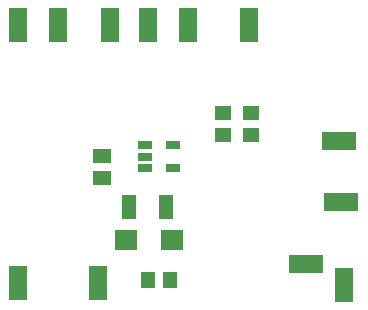
<source format=gbr>
%FSLAX34Y34*%
%MOMM*%
%LNSMDMASK_BOTTOM*%
G71*
G01*
%ADD10R, 1.20X0.70*%
%ADD11R, 1.20X2.00*%
%ADD12R, 1.60X1.30*%
%ADD13R, 1.40X1.30*%
%ADD14R, 1.90X1.80*%
%ADD15R, 1.50X3.00*%
%ADD16R, 3.00X1.50*%
%ADD17R, 1.30X1.40*%
%LPD*%
X141798Y-142967D02*
G54D10*
D03*
X141798Y-123967D02*
G54D10*
D03*
X117998Y-142967D02*
G54D10*
D03*
X117998Y-123967D02*
G54D10*
D03*
X117998Y-133467D02*
G54D10*
D03*
X104000Y-176000D02*
G54D11*
D03*
X136000Y-176000D02*
G54D11*
D03*
X81500Y-151500D02*
G54D12*
D03*
X81500Y-132500D02*
G54D12*
D03*
X183500Y-115500D02*
G54D13*
D03*
X183500Y-96500D02*
G54D13*
D03*
X207500Y-115500D02*
G54D13*
D03*
X207500Y-96500D02*
G54D13*
D03*
X102000Y-204000D02*
G54D14*
D03*
X141000Y-204000D02*
G54D14*
D03*
X88000Y-22000D02*
G54D15*
D03*
X154000Y-22000D02*
G54D15*
D03*
X120000Y-22000D02*
G54D15*
D03*
X10000Y-22000D02*
G54D15*
D03*
X44000Y-22000D02*
G54D15*
D03*
X10000Y-240000D02*
G54D15*
D03*
X206000Y-22000D02*
G54D15*
D03*
X282000Y-120000D02*
G54D16*
D03*
X284000Y-172000D02*
G54D16*
D03*
X286000Y-242000D02*
G54D15*
D03*
X254000Y-224000D02*
G54D16*
D03*
X139000Y-238000D02*
G54D17*
D03*
X120000Y-238000D02*
G54D17*
D03*
X78000Y-240000D02*
G54D15*
D03*
M02*

</source>
